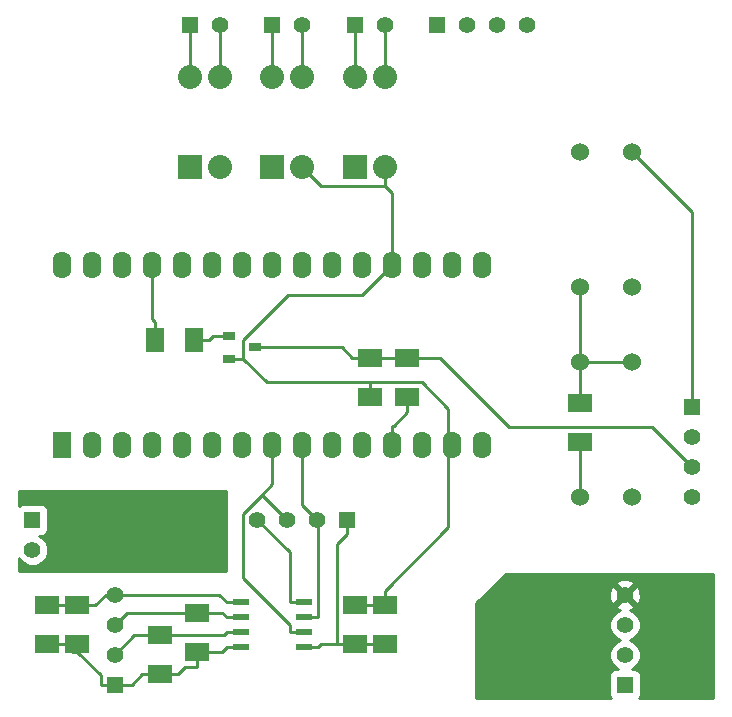
<source format=gbl>
G04 (created by PCBNEW (22-Jun-2014 BZR 4027)-stable) date Wed 30 Jul 2014 13:09:56 NZST*
%MOIN*%
G04 Gerber Fmt 3.4, Leading zero omitted, Abs format*
%FSLAX34Y34*%
G01*
G70*
G90*
G04 APERTURE LIST*
%ADD10C,0.00590551*%
%ADD11R,0.0551X0.0236*%
%ADD12R,0.08X0.06*%
%ADD13R,0.062X0.09*%
%ADD14O,0.062X0.09*%
%ADD15R,0.08X0.08*%
%ADD16C,0.08*%
%ADD17O,0.08X0.08*%
%ADD18R,0.0394X0.0315*%
%ADD19R,0.06X0.08*%
%ADD20R,0.055X0.055*%
%ADD21C,0.055*%
%ADD22C,0.06*%
%ADD23C,0.035*%
%ADD24C,0.01*%
G04 APERTURE END LIST*
G54D10*
G54D11*
X82550Y-63750D03*
X80450Y-63750D03*
X82550Y-63250D03*
X82550Y-62750D03*
X82550Y-62250D03*
X80450Y-63250D03*
X80450Y-62750D03*
X80450Y-62250D03*
G54D12*
X75000Y-63650D03*
X75000Y-62350D03*
X74000Y-63650D03*
X74000Y-62350D03*
X84250Y-63650D03*
X84250Y-62350D03*
X85250Y-63650D03*
X85250Y-62350D03*
G54D13*
X74500Y-57000D03*
G54D14*
X75500Y-57000D03*
X76500Y-57000D03*
X77500Y-57000D03*
X78500Y-57000D03*
X79500Y-57000D03*
X80500Y-57000D03*
X81500Y-57000D03*
X82500Y-57000D03*
X83500Y-57000D03*
X84500Y-57000D03*
X85500Y-57000D03*
X86500Y-57000D03*
X87500Y-57000D03*
X88500Y-57000D03*
X88500Y-51000D03*
X87500Y-51000D03*
X86500Y-51000D03*
X85500Y-51000D03*
X84500Y-51000D03*
X83500Y-51000D03*
X82500Y-51000D03*
X81500Y-51000D03*
X80500Y-51000D03*
X79500Y-51000D03*
X78500Y-51000D03*
X77500Y-51000D03*
X76500Y-51000D03*
X75500Y-51000D03*
X74500Y-51000D03*
G54D15*
X84250Y-47750D03*
G54D16*
X85250Y-47750D03*
G54D17*
X85250Y-44750D03*
X84250Y-44750D03*
G54D15*
X81500Y-47750D03*
G54D16*
X82500Y-47750D03*
G54D17*
X82500Y-44750D03*
X81500Y-44750D03*
G54D15*
X78750Y-47750D03*
G54D16*
X79750Y-47750D03*
G54D17*
X79750Y-44750D03*
X78750Y-44750D03*
G54D18*
X80933Y-53750D03*
X80067Y-53375D03*
X80067Y-54125D03*
G54D19*
X77600Y-53500D03*
X78900Y-53500D03*
G54D12*
X91750Y-55600D03*
X91750Y-56900D03*
X84750Y-54100D03*
X84750Y-55400D03*
X86000Y-54100D03*
X86000Y-55400D03*
X79000Y-63900D03*
X79000Y-62600D03*
X77750Y-64650D03*
X77750Y-63350D03*
G54D20*
X87000Y-43000D03*
G54D21*
X88000Y-43000D03*
X89000Y-43000D03*
X90000Y-43000D03*
G54D20*
X95500Y-55750D03*
G54D21*
X95500Y-56750D03*
X95500Y-57750D03*
X95500Y-58750D03*
G54D20*
X76250Y-65000D03*
G54D21*
X76250Y-64000D03*
X76250Y-63000D03*
X76250Y-62000D03*
G54D20*
X93250Y-65000D03*
G54D21*
X93250Y-64000D03*
X93250Y-63000D03*
X93250Y-62000D03*
G54D20*
X84000Y-59500D03*
G54D21*
X83000Y-59500D03*
X82000Y-59500D03*
X81000Y-59500D03*
G54D20*
X78750Y-43000D03*
G54D21*
X79750Y-43000D03*
G54D20*
X73500Y-59500D03*
G54D21*
X73500Y-60500D03*
G54D20*
X81500Y-43000D03*
G54D21*
X82500Y-43000D03*
G54D20*
X84250Y-43000D03*
G54D21*
X85250Y-43000D03*
G54D22*
X93500Y-54250D03*
X93500Y-58750D03*
X91750Y-54250D03*
X91750Y-58750D03*
X91750Y-47250D03*
X91750Y-51750D03*
X93500Y-47250D03*
X93500Y-51750D03*
G54D23*
X78366Y-60650D03*
G54D24*
X85539Y-56355D02*
X86000Y-55894D01*
X85500Y-56355D02*
X85539Y-56355D01*
X86000Y-55400D02*
X86000Y-55894D01*
X85500Y-57000D02*
X85500Y-56355D01*
X84000Y-59500D02*
X84000Y-59969D01*
X84250Y-63650D02*
X83655Y-63650D01*
X85250Y-63650D02*
X84250Y-63650D01*
X83655Y-60314D02*
X83655Y-63650D01*
X84000Y-59969D02*
X83655Y-60314D01*
X82550Y-63750D02*
X83020Y-63750D01*
X83120Y-63650D02*
X83020Y-63750D01*
X83655Y-63650D02*
X83120Y-63650D01*
X78366Y-60650D02*
X78350Y-60650D01*
X82550Y-62250D02*
X82079Y-62250D01*
X82079Y-62250D02*
X82079Y-60579D01*
X82079Y-60579D02*
X81000Y-59500D01*
X91750Y-58750D02*
X91750Y-56900D01*
X84750Y-55400D02*
X84750Y-54905D01*
X84482Y-52017D02*
X85500Y-51000D01*
X82002Y-52017D02*
X84482Y-52017D01*
X80523Y-53496D02*
X82002Y-52017D01*
X80523Y-54125D02*
X80523Y-53496D01*
X80067Y-54125D02*
X80523Y-54125D01*
X81303Y-54905D02*
X84750Y-54905D01*
X80523Y-54125D02*
X81303Y-54905D01*
X85250Y-47750D02*
X85250Y-48361D01*
X85500Y-48611D02*
X85250Y-48361D01*
X85500Y-51000D02*
X85500Y-48611D01*
X83111Y-48361D02*
X82500Y-47750D01*
X85250Y-48361D02*
X83111Y-48361D01*
X87368Y-57000D02*
X87500Y-57000D01*
X87368Y-55790D02*
X87368Y-57000D01*
X86483Y-54905D02*
X87368Y-55790D01*
X84750Y-54905D02*
X86483Y-54905D01*
X87368Y-59737D02*
X85250Y-61855D01*
X87368Y-57000D02*
X87368Y-59737D01*
X85250Y-62350D02*
X85250Y-62102D01*
X85250Y-62102D02*
X85250Y-61855D01*
X85092Y-62102D02*
X84844Y-62350D01*
X85250Y-62102D02*
X85092Y-62102D01*
X84250Y-62350D02*
X84844Y-62350D01*
X75000Y-62350D02*
X75594Y-62350D01*
X74000Y-62350D02*
X75000Y-62350D01*
X75944Y-62000D02*
X76250Y-62000D01*
X75594Y-62350D02*
X75944Y-62000D01*
X79729Y-62000D02*
X79979Y-62250D01*
X76250Y-62000D02*
X79729Y-62000D01*
X80450Y-62250D02*
X79979Y-62250D01*
X84250Y-43000D02*
X84250Y-44750D01*
X78750Y-43000D02*
X78750Y-44750D01*
X82500Y-43000D02*
X82500Y-44750D01*
X81500Y-43000D02*
X81500Y-44750D01*
X85250Y-43000D02*
X85250Y-44750D01*
X79750Y-43000D02*
X79750Y-44750D01*
X87085Y-54100D02*
X86000Y-54100D01*
X89390Y-56405D02*
X87085Y-54100D01*
X94155Y-56405D02*
X89390Y-56405D01*
X95500Y-57750D02*
X94155Y-56405D01*
X86000Y-54100D02*
X85405Y-54100D01*
X83805Y-53750D02*
X84155Y-54100D01*
X80932Y-53750D02*
X83805Y-53750D01*
X84750Y-54100D02*
X85405Y-54100D01*
X84750Y-54100D02*
X84155Y-54100D01*
X79519Y-53375D02*
X79394Y-53500D01*
X80067Y-53375D02*
X79519Y-53375D01*
X78900Y-53500D02*
X79394Y-53500D01*
X77500Y-52805D02*
X77600Y-52905D01*
X77500Y-51000D02*
X77500Y-52805D01*
X77600Y-53500D02*
X77600Y-52905D01*
X76650Y-62600D02*
X79000Y-62600D01*
X76250Y-63000D02*
X76650Y-62600D01*
X79829Y-62600D02*
X79979Y-62750D01*
X79000Y-62600D02*
X79829Y-62600D01*
X80450Y-62750D02*
X79979Y-62750D01*
X79829Y-63900D02*
X79979Y-63750D01*
X79000Y-63900D02*
X79829Y-63900D01*
X80450Y-63750D02*
X79979Y-63750D01*
X75000Y-63650D02*
X75000Y-63897D01*
X74842Y-63897D02*
X74594Y-63650D01*
X75000Y-63897D02*
X74842Y-63897D01*
X74000Y-63650D02*
X74594Y-63650D01*
X78600Y-64394D02*
X79000Y-64394D01*
X78344Y-64650D02*
X78600Y-64394D01*
X77750Y-64650D02*
X78344Y-64650D01*
X79000Y-63900D02*
X79000Y-64394D01*
X77750Y-64650D02*
X77155Y-64650D01*
X76805Y-65000D02*
X77155Y-64650D01*
X76250Y-65000D02*
X76805Y-65000D01*
X75780Y-64677D02*
X75000Y-63897D01*
X75780Y-65000D02*
X75780Y-64677D01*
X76250Y-65000D02*
X75780Y-65000D01*
X76900Y-63350D02*
X77750Y-63350D01*
X76250Y-64000D02*
X76900Y-63350D01*
X79879Y-63350D02*
X79979Y-63250D01*
X77750Y-63350D02*
X79879Y-63350D01*
X80450Y-63250D02*
X79979Y-63250D01*
X82550Y-63250D02*
X82079Y-63250D01*
X82079Y-62995D02*
X82079Y-63250D01*
X80519Y-61435D02*
X82079Y-62995D01*
X80519Y-59296D02*
X80519Y-61435D01*
X81157Y-58657D02*
X80519Y-59296D01*
X81500Y-57000D02*
X81500Y-57644D01*
X81500Y-57644D02*
X81500Y-58315D01*
X81500Y-58315D02*
X81157Y-58657D01*
X82000Y-59500D02*
X81157Y-58657D01*
X82550Y-62750D02*
X83020Y-62750D01*
X83020Y-62750D02*
X83020Y-59520D01*
X83020Y-59520D02*
X83000Y-59500D01*
X82500Y-59000D02*
X83000Y-59500D01*
X82500Y-57000D02*
X82500Y-59000D01*
X95500Y-49250D02*
X95500Y-55750D01*
X93500Y-47250D02*
X95500Y-49250D01*
X91750Y-51750D02*
X91750Y-54250D01*
X91750Y-54250D02*
X91750Y-55600D01*
X91750Y-54250D02*
X93500Y-54250D01*
G54D10*
G36*
X79950Y-61200D02*
X73050Y-61200D01*
X73050Y-60785D01*
X73054Y-60797D01*
X73202Y-60944D01*
X73395Y-61024D01*
X73603Y-61025D01*
X73797Y-60945D01*
X73944Y-60797D01*
X74024Y-60604D01*
X74025Y-60396D01*
X73945Y-60203D01*
X73797Y-60055D01*
X73725Y-60025D01*
X73824Y-60025D01*
X73916Y-59987D01*
X73986Y-59916D01*
X74024Y-59824D01*
X74025Y-59725D01*
X74025Y-59175D01*
X73987Y-59083D01*
X73916Y-59013D01*
X73824Y-58975D01*
X73725Y-58974D01*
X73175Y-58974D01*
X73083Y-59012D01*
X73050Y-59046D01*
X73050Y-58550D01*
X79950Y-58550D01*
X79950Y-61200D01*
X79950Y-61200D01*
G37*
G54D24*
X79950Y-61200D02*
X73050Y-61200D01*
X73050Y-60785D01*
X73054Y-60797D01*
X73202Y-60944D01*
X73395Y-61024D01*
X73603Y-61025D01*
X73797Y-60945D01*
X73944Y-60797D01*
X74024Y-60604D01*
X74025Y-60396D01*
X73945Y-60203D01*
X73797Y-60055D01*
X73725Y-60025D01*
X73824Y-60025D01*
X73916Y-59987D01*
X73986Y-59916D01*
X74024Y-59824D01*
X74025Y-59725D01*
X74025Y-59175D01*
X73987Y-59083D01*
X73916Y-59013D01*
X73824Y-58975D01*
X73725Y-58974D01*
X73175Y-58974D01*
X73083Y-59012D01*
X73050Y-59046D01*
X73050Y-58550D01*
X79950Y-58550D01*
X79950Y-61200D01*
G54D10*
G36*
X96200Y-65450D02*
X93779Y-65450D01*
X93779Y-62075D01*
X93768Y-61867D01*
X93710Y-61727D01*
X93617Y-61702D01*
X93547Y-61773D01*
X93547Y-61632D01*
X93522Y-61539D01*
X93325Y-61470D01*
X93117Y-61481D01*
X92977Y-61539D01*
X92952Y-61632D01*
X93250Y-61929D01*
X93547Y-61632D01*
X93547Y-61773D01*
X93320Y-62000D01*
X93617Y-62297D01*
X93710Y-62272D01*
X93779Y-62075D01*
X93779Y-65450D01*
X93703Y-65450D01*
X93736Y-65416D01*
X93774Y-65324D01*
X93775Y-65225D01*
X93775Y-64675D01*
X93737Y-64583D01*
X93666Y-64513D01*
X93574Y-64475D01*
X93475Y-64474D01*
X93475Y-64474D01*
X93547Y-64445D01*
X93694Y-64297D01*
X93774Y-64104D01*
X93775Y-63896D01*
X93695Y-63703D01*
X93547Y-63555D01*
X93414Y-63499D01*
X93547Y-63445D01*
X93694Y-63297D01*
X93774Y-63104D01*
X93775Y-62896D01*
X93695Y-62703D01*
X93547Y-62555D01*
X93421Y-62502D01*
X93522Y-62460D01*
X93547Y-62367D01*
X93250Y-62070D01*
X93179Y-62141D01*
X93179Y-62000D01*
X92882Y-61702D01*
X92789Y-61727D01*
X92720Y-61924D01*
X92731Y-62132D01*
X92789Y-62272D01*
X92882Y-62297D01*
X93179Y-62000D01*
X93179Y-62141D01*
X92952Y-62367D01*
X92977Y-62460D01*
X93087Y-62499D01*
X92953Y-62554D01*
X92805Y-62702D01*
X92725Y-62895D01*
X92724Y-63103D01*
X92804Y-63297D01*
X92952Y-63444D01*
X93085Y-63500D01*
X92953Y-63554D01*
X92805Y-63702D01*
X92725Y-63895D01*
X92724Y-64103D01*
X92804Y-64297D01*
X92952Y-64444D01*
X93024Y-64474D01*
X92925Y-64474D01*
X92833Y-64512D01*
X92763Y-64583D01*
X92725Y-64675D01*
X92724Y-64774D01*
X92724Y-65324D01*
X92762Y-65416D01*
X92796Y-65450D01*
X88300Y-65450D01*
X88300Y-62270D01*
X89270Y-61300D01*
X96200Y-61300D01*
X96200Y-65450D01*
X96200Y-65450D01*
G37*
G54D24*
X96200Y-65450D02*
X93779Y-65450D01*
X93779Y-62075D01*
X93768Y-61867D01*
X93710Y-61727D01*
X93617Y-61702D01*
X93547Y-61773D01*
X93547Y-61632D01*
X93522Y-61539D01*
X93325Y-61470D01*
X93117Y-61481D01*
X92977Y-61539D01*
X92952Y-61632D01*
X93250Y-61929D01*
X93547Y-61632D01*
X93547Y-61773D01*
X93320Y-62000D01*
X93617Y-62297D01*
X93710Y-62272D01*
X93779Y-62075D01*
X93779Y-65450D01*
X93703Y-65450D01*
X93736Y-65416D01*
X93774Y-65324D01*
X93775Y-65225D01*
X93775Y-64675D01*
X93737Y-64583D01*
X93666Y-64513D01*
X93574Y-64475D01*
X93475Y-64474D01*
X93475Y-64474D01*
X93547Y-64445D01*
X93694Y-64297D01*
X93774Y-64104D01*
X93775Y-63896D01*
X93695Y-63703D01*
X93547Y-63555D01*
X93414Y-63499D01*
X93547Y-63445D01*
X93694Y-63297D01*
X93774Y-63104D01*
X93775Y-62896D01*
X93695Y-62703D01*
X93547Y-62555D01*
X93421Y-62502D01*
X93522Y-62460D01*
X93547Y-62367D01*
X93250Y-62070D01*
X93179Y-62141D01*
X93179Y-62000D01*
X92882Y-61702D01*
X92789Y-61727D01*
X92720Y-61924D01*
X92731Y-62132D01*
X92789Y-62272D01*
X92882Y-62297D01*
X93179Y-62000D01*
X93179Y-62141D01*
X92952Y-62367D01*
X92977Y-62460D01*
X93087Y-62499D01*
X92953Y-62554D01*
X92805Y-62702D01*
X92725Y-62895D01*
X92724Y-63103D01*
X92804Y-63297D01*
X92952Y-63444D01*
X93085Y-63500D01*
X92953Y-63554D01*
X92805Y-63702D01*
X92725Y-63895D01*
X92724Y-64103D01*
X92804Y-64297D01*
X92952Y-64444D01*
X93024Y-64474D01*
X92925Y-64474D01*
X92833Y-64512D01*
X92763Y-64583D01*
X92725Y-64675D01*
X92724Y-64774D01*
X92724Y-65324D01*
X92762Y-65416D01*
X92796Y-65450D01*
X88300Y-65450D01*
X88300Y-62270D01*
X89270Y-61300D01*
X96200Y-61300D01*
X96200Y-65450D01*
M02*

</source>
